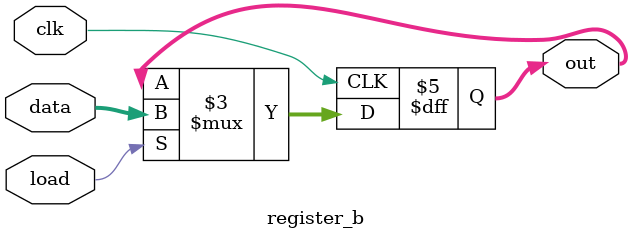
<source format=v>
`timescale 1ns / 1ps
module register_b(clk, data, load, out);
  input clk, load;
  input [7:0] data;
  output [7:0] out;

  wire clk, load;
  wire [7:0] data;
  reg [7:0] out;

  initial begin
	out = 10;
  end

  always @(posedge clk) begin
	 if (load) begin
		out <= data;
	 end
  end
endmodule

</source>
